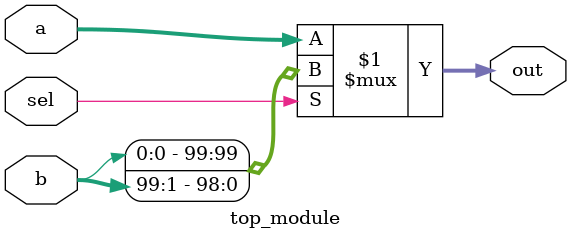
<source format=v>
module top_module (
	input [99:0] a,
	input [99:0] b,
	input sel,
	output [99:0] out
);

	assign out = sel ? {b[0], b[99:1]} : a; // Change: rotated b to the left

endmodule

</source>
